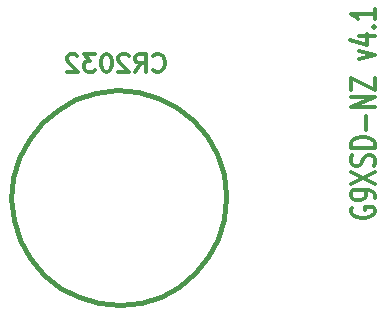
<source format=gbo>
G04 (created by PCBNEW-RS274X (2011-11-27 BZR 3249)-stable) date 21/02/2012 2:37:18 p.m.*
G01*
G70*
G90*
%MOIN*%
G04 Gerber Fmt 3.4, Leading zero omitted, Abs format*
%FSLAX34Y34*%
G04 APERTURE LIST*
%ADD10C,0.006000*%
%ADD11C,0.012000*%
%ADD12C,0.015000*%
G04 APERTURE END LIST*
G54D10*
G54D11*
X35172Y-28949D02*
X35134Y-29006D01*
X35134Y-29092D01*
X35172Y-29177D01*
X35248Y-29235D01*
X35324Y-29263D01*
X35477Y-29292D01*
X35591Y-29292D01*
X35743Y-29263D01*
X35820Y-29235D01*
X35896Y-29177D01*
X35934Y-29092D01*
X35934Y-29035D01*
X35896Y-28949D01*
X35858Y-28920D01*
X35591Y-28920D01*
X35591Y-29035D01*
X35934Y-28635D02*
X35934Y-28520D01*
X35896Y-28463D01*
X35858Y-28435D01*
X35743Y-28377D01*
X35591Y-28349D01*
X35286Y-28349D01*
X35210Y-28377D01*
X35172Y-28406D01*
X35134Y-28463D01*
X35134Y-28577D01*
X35172Y-28635D01*
X35210Y-28663D01*
X35286Y-28692D01*
X35477Y-28692D01*
X35553Y-28663D01*
X35591Y-28635D01*
X35629Y-28577D01*
X35629Y-28463D01*
X35591Y-28406D01*
X35553Y-28377D01*
X35477Y-28349D01*
X35134Y-28149D02*
X35934Y-27749D01*
X35134Y-27749D02*
X35934Y-28149D01*
X35896Y-27550D02*
X35934Y-27464D01*
X35934Y-27321D01*
X35896Y-27264D01*
X35858Y-27235D01*
X35781Y-27207D01*
X35705Y-27207D01*
X35629Y-27235D01*
X35591Y-27264D01*
X35553Y-27321D01*
X35515Y-27435D01*
X35477Y-27493D01*
X35439Y-27521D01*
X35362Y-27550D01*
X35286Y-27550D01*
X35210Y-27521D01*
X35172Y-27493D01*
X35134Y-27435D01*
X35134Y-27293D01*
X35172Y-27207D01*
X35934Y-26950D02*
X35134Y-26950D01*
X35134Y-26807D01*
X35172Y-26722D01*
X35248Y-26664D01*
X35324Y-26636D01*
X35477Y-26607D01*
X35591Y-26607D01*
X35743Y-26636D01*
X35820Y-26664D01*
X35896Y-26722D01*
X35934Y-26807D01*
X35934Y-26950D01*
X35629Y-26350D02*
X35629Y-25893D01*
X35934Y-25607D02*
X35134Y-25607D01*
X35934Y-25264D01*
X35134Y-25264D01*
X35134Y-25035D02*
X35134Y-24635D01*
X35934Y-25035D01*
X35934Y-24635D01*
X35400Y-24007D02*
X35934Y-23864D01*
X35400Y-23722D01*
X35400Y-23236D02*
X35934Y-23236D01*
X35096Y-23379D02*
X35667Y-23522D01*
X35667Y-23150D01*
X35858Y-22922D02*
X35896Y-22894D01*
X35934Y-22922D01*
X35896Y-22951D01*
X35858Y-22922D01*
X35934Y-22922D01*
X35934Y-22322D02*
X35934Y-22665D01*
X35934Y-22493D02*
X35134Y-22493D01*
X35248Y-22550D01*
X35324Y-22608D01*
X35362Y-22665D01*
G54D12*
X30985Y-28622D02*
X30916Y-29317D01*
X30714Y-29987D01*
X30386Y-30604D01*
X29944Y-31146D01*
X29405Y-31592D01*
X28790Y-31925D01*
X28122Y-32131D01*
X27427Y-32204D01*
X26731Y-32141D01*
X26060Y-31944D01*
X25441Y-31620D01*
X24896Y-31181D01*
X24446Y-30646D01*
X24109Y-30033D01*
X23898Y-29366D01*
X23820Y-28672D01*
X23878Y-27976D01*
X24071Y-27304D01*
X24391Y-26682D01*
X24825Y-26134D01*
X25358Y-25680D01*
X25968Y-25339D01*
X26633Y-25123D01*
X27327Y-25040D01*
X28024Y-25094D01*
X28697Y-25282D01*
X29321Y-25597D01*
X29872Y-26028D01*
X30329Y-26557D01*
X30675Y-27165D01*
X30895Y-27829D01*
X30983Y-28522D01*
X30985Y-28622D01*
G54D11*
X28555Y-24367D02*
X28584Y-24395D01*
X28670Y-24424D01*
X28727Y-24424D01*
X28812Y-24395D01*
X28870Y-24338D01*
X28898Y-24281D01*
X28927Y-24167D01*
X28927Y-24081D01*
X28898Y-23967D01*
X28870Y-23910D01*
X28812Y-23852D01*
X28727Y-23824D01*
X28670Y-23824D01*
X28584Y-23852D01*
X28555Y-23881D01*
X27955Y-24424D02*
X28155Y-24138D01*
X28298Y-24424D02*
X28298Y-23824D01*
X28070Y-23824D01*
X28012Y-23852D01*
X27984Y-23881D01*
X27955Y-23938D01*
X27955Y-24024D01*
X27984Y-24081D01*
X28012Y-24110D01*
X28070Y-24138D01*
X28298Y-24138D01*
X27727Y-23881D02*
X27698Y-23852D01*
X27641Y-23824D01*
X27498Y-23824D01*
X27441Y-23852D01*
X27412Y-23881D01*
X27384Y-23938D01*
X27384Y-23995D01*
X27412Y-24081D01*
X27755Y-24424D01*
X27384Y-24424D01*
X27013Y-23824D02*
X26956Y-23824D01*
X26899Y-23852D01*
X26870Y-23881D01*
X26841Y-23938D01*
X26813Y-24052D01*
X26813Y-24195D01*
X26841Y-24310D01*
X26870Y-24367D01*
X26899Y-24395D01*
X26956Y-24424D01*
X27013Y-24424D01*
X27070Y-24395D01*
X27099Y-24367D01*
X27127Y-24310D01*
X27156Y-24195D01*
X27156Y-24052D01*
X27127Y-23938D01*
X27099Y-23881D01*
X27070Y-23852D01*
X27013Y-23824D01*
X26613Y-23824D02*
X26242Y-23824D01*
X26442Y-24052D01*
X26356Y-24052D01*
X26299Y-24081D01*
X26270Y-24110D01*
X26242Y-24167D01*
X26242Y-24310D01*
X26270Y-24367D01*
X26299Y-24395D01*
X26356Y-24424D01*
X26528Y-24424D01*
X26585Y-24395D01*
X26613Y-24367D01*
X26014Y-23881D02*
X25985Y-23852D01*
X25928Y-23824D01*
X25785Y-23824D01*
X25728Y-23852D01*
X25699Y-23881D01*
X25671Y-23938D01*
X25671Y-23995D01*
X25699Y-24081D01*
X26042Y-24424D01*
X25671Y-24424D01*
M02*

</source>
